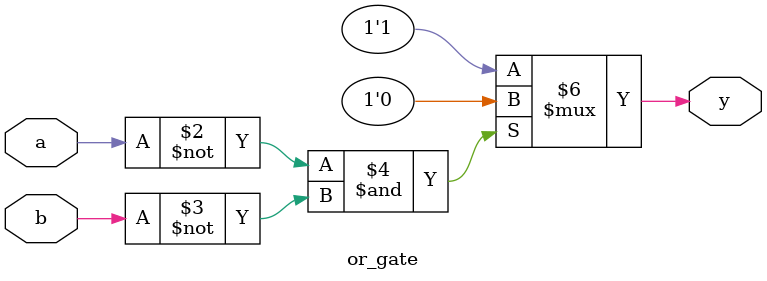
<source format=v>
`timescale 1ns / 1ps
/*module or_gate(a,b,y);
  input a,b; 
  output y; 
  or(y,a,b); 
endmodule

////Data flow modelling
module or_gate(a,b,y);
  input a,b; 
  output y; 
  assign y=a|b;
  endmodule*/
  
///Behavioral modelling
module or_gate(a,b,y);
  input a,b; 
  output reg y; 
  always@(a,b)
  begin
  if(a==1'b0 & b==1'b0)
    begin
    y=1'b0;
    end   
    else
    y=1'b1;
    end
 endmodule


</source>
